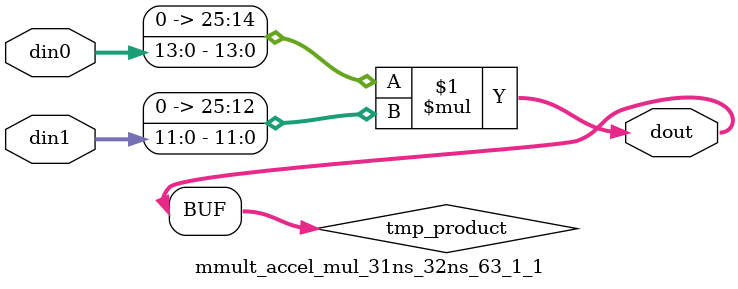
<source format=v>

`timescale 1 ns / 1 ps

 module mmult_accel_mul_31ns_32ns_63_1_1(din0, din1, dout);
parameter ID = 1;
parameter NUM_STAGE = 0;
parameter din0_WIDTH = 14;
parameter din1_WIDTH = 12;
parameter dout_WIDTH = 26;

input [din0_WIDTH - 1 : 0] din0; 
input [din1_WIDTH - 1 : 0] din1; 
output [dout_WIDTH - 1 : 0] dout;

wire signed [dout_WIDTH - 1 : 0] tmp_product;
























assign tmp_product = $signed({1'b0, din0}) * $signed({1'b0, din1});











assign dout = tmp_product;





















endmodule

</source>
